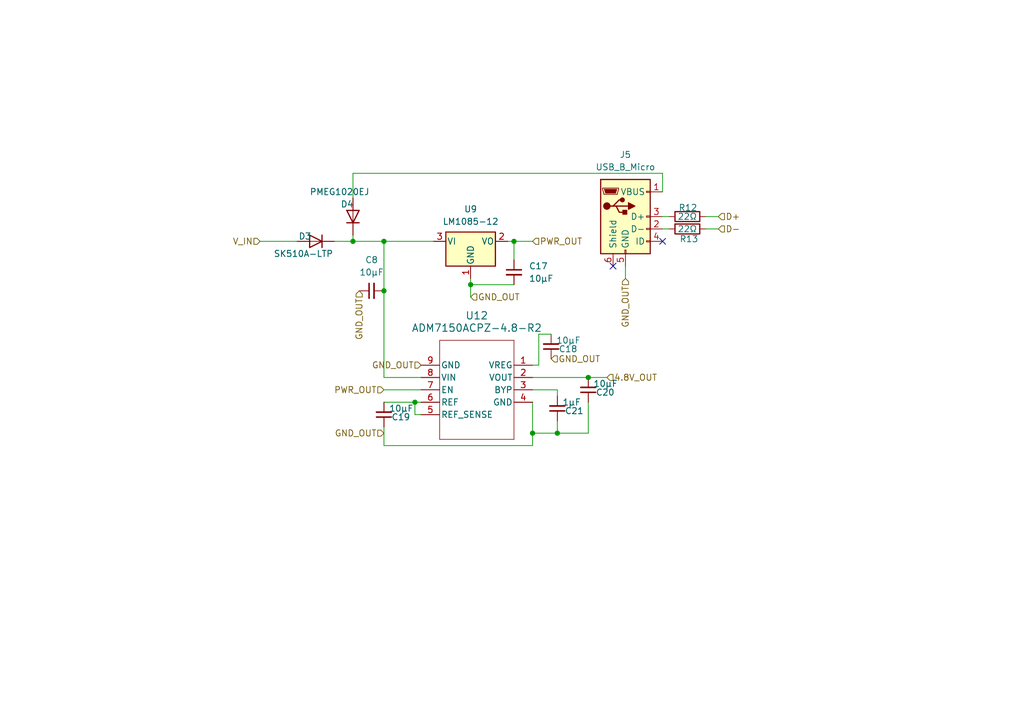
<source format=kicad_sch>
(kicad_sch (version 20231120) (generator "eeschema") (generator_version "8.0")
  (paper "A5")
  (title_block (title "WINTER Power Systems") (date "2024-04-24") (rev "3.2"))
  (lib_symbols
    (symbol "Connector:USB_B_Micro" (pin_names (offset 1.016))
      (property "Reference" "J" (at -5.08 11.43 0))
      (property "Value" "USB_B_Micro" (at -5.08 8.89 0))
      (symbol "USB_B_Micro_0_1"
        (rectangle (start -5.08 -7.62) (end 5.08 7.62) (stroke (width 0.254)) (fill (type background)))
        (circle (center -3.81 2.159) (radius 0.635) (stroke (width 0.254)) (fill (type outline)))
        (circle (center -0.635 3.429) (radius 0.381) (stroke (width 0.254)) (fill (type outline)))
        (rectangle (start -0.127 -7.62) (end 0.127 -6.858))
        (polyline (pts (xy -1.905 2.159) (xy 0.635 2.159)) (stroke (width 0.254)))
        (polyline (pts (xy -3.175 2.159) (xy -2.54 2.159) (xy -1.27 3.429) (xy -0.635 3.429)) (stroke (width 0.254)))
        (polyline (pts (xy -2.54 2.159) (xy -1.905 2.159) (xy -1.27 0.889) (xy 0 0.889)) (stroke (width 0.254)))
        (polyline (pts (xy 0.635 2.794) (xy 0.635 1.524) (xy 1.905 2.159) (xy 0.635 2.794)) (stroke (width 0.254)) (fill (type outline)))
        (polyline (pts (xy -4.318 5.588) (xy -1.778 5.588) (xy -2.032 4.826) (xy -4.064 4.826) (xy -4.318 5.588)) (fill (type outline)))
        (polyline (pts (xy -4.699 5.842) (xy -4.699 5.588) (xy -4.445 4.826) (xy -4.445 4.572) (xy -1.651 4.572) (xy -1.651 4.826) (xy -1.397 5.588) (xy -1.397 5.842) (xy -4.699 5.842)))
        (rectangle (start 0.254 1.27) (end -0.508 0.508) (stroke (width 0.254)) (fill (type outline)))
        (rectangle (start 5.08 -5.207) (end 4.318 -4.953))
        (rectangle (start 5.08 -2.667) (end 4.318 -2.413))
        (rectangle (start 5.08 -0.127) (end 4.318 0.127))
        (rectangle (start 5.08 4.953) (end 4.318 5.207))
      )
      (symbol "USB_B_Micro_1_1"
        (pin power_out line (at 7.62 5.08 180) (length 2.54) (name "VBUS") (number "1"))
        (pin bidirectional line (at 7.62 -2.54 180) (length 2.54) (name "D-") (number "2"))
        (pin bidirectional line (at 7.62 0 180) (length 2.54) (name "D+") (number "3"))
        (pin passive line (at 7.62 -5.08 180) (length 2.54) (name "ID") (number "4"))
        (pin power_out line (at 0 -10.16 90) (length 2.54) (name "GND") (number "5"))
        (pin passive line (at -2.54 -10.16 90) (length 2.54) (name "Shield") (number "6"))
      )
    )
    (symbol "Device:C_Small" (pin_numbers hide) (pin_names (offset 0.254) hide)
      (property "Reference" "C" (at 0.254 1.778 0))
      (property "Value" "C_Small" (at 0.254 -2.032 0))
      (symbol "C_Small_0_1"
        (polyline (pts (xy -1.524 -0.508) (xy 1.524 -0.508)) (stroke (width 0.3302)))
        (polyline (pts (xy -1.524 0.508) (xy 1.524 0.508)) (stroke (width 0.3048)))
      )
      (symbol "C_Small_1_1"
        (pin passive line (at 0 2.54 270) (length 2.032) (name "~") (number "1"))
        (pin passive line (at 0 -2.54 90) (length 2.032) (name "~") (number "2"))
      )
    )
    (symbol "Device:D" (pin_numbers hide) (pin_names (offset 1.016) hide)
      (property "Reference" "D" (at 0 2.54 0))
      (property "Value" "D" (at 0 -2.54 0))
      (symbol "D_0_1"
        (polyline (pts (xy -1.27 1.27) (xy -1.27 -1.27)) (stroke (width 0.254)))
        (polyline (pts (xy 1.27 0) (xy -1.27 0)))
        (polyline (pts (xy 1.27 1.27) (xy 1.27 -1.27) (xy -1.27 0) (xy 1.27 1.27)) (stroke (width 0.254)))
      )
      (symbol "D_1_1"
        (pin passive line (at -3.81 0 0) (length 2.54) (name "K") (number "1"))
        (pin passive line (at 3.81 0 180) (length 2.54) (name "A") (number "2"))
      )
    )
    (symbol "Device:R" (pin_numbers hide) (pin_names (offset 0))
      (property "Reference" "R" (at 2.032 0 90))
      (property "Value" "R" (at 0 0 90))
      (symbol "R_0_1"
        (rectangle (start -1.016 -2.54) (end 1.016 2.54) (stroke (width 0.254)))
      )
      (symbol "R_1_1"
        (pin passive line (at 0 3.81 270) (length 1.27) (name "~") (number "1"))
        (pin passive line (at 0 -3.81 90) (length 1.27) (name "~") (number "2"))
      )
    )
    (symbol "Regulator_Linear:LM1085-12" (pin_names (offset 0.254))
      (property "Reference" "U" (at -3.81 3.175 0))
      (property "Value" "LM1085-12" (at 0 3.175 0))
      (symbol "LM1085-12_0_1"
        (rectangle (start -5.08 1.905) (end 5.08 -5.08) (stroke (width 0.254)) (fill (type background)))
      )
      (symbol "LM1085-12_1_1"
        (pin power_in line (at 0 -7.62 90) (length 2.54) (name "GND") (number "1"))
        (pin power_out line (at 7.62 0 180) (length 2.54) (name "VO") (number "2"))
        (pin power_in line (at -7.62 0 0) (length 2.54) (name "VI") (number "3"))
      )
    )
    (symbol "rev3_components:ADM7150ACPZ-4.8-R2" (pin_names (offset 0.254))
      (property "Reference" "U" (at 0 8.636 0))
      (property "Value" "ADM7150ACPZ-4.8-R2" (at 1.524 11.43 0))
      (symbol "ADM7150ACPZ-4.8-R2_0_1"
        (polyline (pts (xy -7.62 -10.16) (xy 7.62 -10.16)) (stroke (width 0.127)))
        (polyline (pts (xy -7.62 10.16) (xy -7.62 -10.16)) (stroke (width 0.127)))
        (polyline (pts (xy 7.62 -10.16) (xy 7.62 10.16)) (stroke (width 0.127)))
        (polyline (pts (xy 7.62 10.16) (xy -7.62 10.16)) (stroke (width 0.127)))
      )
      (symbol "ADM7150ACPZ-4.8-R2_1_1"
        (pin power_in line (at -11.43 5.08 0) (length 3.81) (name "VREG") (number "1"))
        (pin power_in line (at -11.43 2.54 0) (length 3.81) (name "VOUT") (number "2"))
        (pin power_in line (at -11.43 0 0) (length 3.81) (name "BYP") (number "3"))
        (pin power_out line (at -11.43 -2.54 0) (length 3.81) (name "GND") (number "4"))
        (pin output line (at 11.43 -5.08 180) (length 3.81) (name "REF_SENSE") (number "5"))
        (pin output line (at 11.43 -2.54 180) (length 3.81) (name "REF") (number "6"))
        (pin input line (at 11.43 0 180) (length 3.81) (name "EN") (number "7"))
        (pin power_in line (at 11.43 2.54 180) (length 3.81) (name "VIN") (number "8"))
        (pin power_out line (at 11.43 5.08 180) (length 3.81) (name "GND") (number "9"))
      )
    )
  )
  (junction (at 120.65 77.47))
  (junction (at 78.74 49.53))
  (junction (at 78.74 59.69))
  (junction (at 85.09 82.55))
  (junction (at 96.52 58.42))
  (junction (at 114.3 88.9))
  (junction (at 72.39 49.53))
  (junction (at 105.41 49.53))
  (junction (at 109.22 88.9))
  (no_connect (at 125.73 54.61))
  (no_connect (at 135.89 49.53))
  (wire (pts (xy 110.49 74.93) (xy 110.49 68.58)))
  (wire (pts (xy 109.22 80.01) (xy 114.3 80.01)))
  (wire (pts (xy 144.78 46.99) (xy 147.32 46.99)))
  (wire (pts (xy 144.78 44.45) (xy 147.32 44.45)))
  (wire (pts (xy 135.89 46.99) (xy 137.16 46.99)))
  (wire (pts (xy 78.74 49.53) (xy 72.39 49.53)))
  (wire (pts (xy 96.52 58.42) (xy 96.52 60.96)))
  (wire (pts (xy 72.39 48.26) (xy 72.39 49.53)))
  (wire (pts (xy 72.39 35.56) (xy 72.39 40.64)))
  (wire (pts (xy 135.89 39.37) (xy 135.89 35.56)))
  (wire (pts (xy 78.74 77.47) (xy 78.74 59.69)))
  (wire (pts (xy 124.46 77.47) (xy 120.65 77.47)))
  (wire (pts (xy 105.41 49.53) (xy 105.41 53.34)))
  (wire (pts (xy 109.22 91.44) (xy 78.74 91.44)))
  (wire (pts (xy 135.89 35.56) (xy 72.39 35.56)))
  (wire (pts (xy 120.65 88.9) (xy 120.65 82.55)))
  (wire (pts (xy 53.34 49.53) (xy 60.96 49.53)))
  (wire (pts (xy 109.22 82.55) (xy 109.22 88.9)))
  (wire (pts (xy 128.27 57.15) (xy 128.27 54.61)))
  (wire (pts (xy 114.3 88.9) (xy 120.65 88.9)))
  (wire (pts (xy 86.36 82.55) (xy 85.09 82.55)))
  (wire (pts (xy 78.74 80.01) (xy 86.36 80.01)))
  (wire (pts (xy 78.74 59.69) (xy 78.74 49.53)))
  (wire (pts (xy 110.49 68.58) (xy 113.03 68.58)))
  (wire (pts (xy 96.52 57.15) (xy 96.52 58.42)))
  (wire (pts (xy 86.36 85.09) (xy 85.09 85.09)))
  (wire (pts (xy 86.36 77.47) (xy 78.74 77.47)))
  (wire (pts (xy 85.09 85.09) (xy 85.09 82.55)))
  (wire (pts (xy 78.74 87.63) (xy 78.74 91.44)))
  (wire (pts (xy 114.3 86.36) (xy 114.3 88.9)))
  (wire (pts (xy 78.74 49.53) (xy 88.9 49.53)))
  (wire (pts (xy 135.89 44.45) (xy 137.16 44.45)))
  (wire (pts (xy 105.41 49.53) (xy 109.22 49.53)))
  (wire (pts (xy 85.09 82.55) (xy 78.74 82.55)))
  (wire (pts (xy 109.22 77.47) (xy 120.65 77.47)))
  (wire (pts (xy 109.22 88.9) (xy 114.3 88.9)))
  (wire (pts (xy 109.22 74.93) (xy 110.49 74.93)))
  (wire (pts (xy 114.3 80.01) (xy 114.3 81.28)))
  (wire (pts (xy 109.22 88.9) (xy 109.22 91.44)))
  (wire (pts (xy 104.14 49.53) (xy 105.41 49.53)))
  (wire (pts (xy 72.39 49.53) (xy 68.58 49.53)))
  (wire (pts (xy 96.52 58.42) (xy 105.41 58.42)))
  (hierarchical_label "PWR_OUT" (shape input) (at 78.74 80.01 180))
  (hierarchical_label "GND_OUT" (shape input) (at 73.66 59.69 270))
  (hierarchical_label "4.8V_OUT" (shape input) (at 124.46 77.47 0))
  (hierarchical_label "PWR_OUT" (shape input) (at 109.22 49.53 0))
  (hierarchical_label "GND_OUT" (shape input) (at 86.36 74.93 180))
  (hierarchical_label "GND_OUT" (shape input) (at 128.27 57.15 270))
  (hierarchical_label "GND_OUT" (shape input) (at 113.03 73.66 0))
  (hierarchical_label "D+" (shape input) (at 147.32 44.45 0))
  (hierarchical_label "GND_OUT" (shape input) (at 96.52 60.96 0))
  (hierarchical_label "D-" (shape input) (at 147.32 46.99 0))
  (hierarchical_label "V_IN" (shape input) (at 53.34 49.53 180))
  (hierarchical_label "GND_OUT" (shape input) (at 78.74 88.9 180))
  (symbol (lib_id "Device:C_Small") (at 78.74 85.09 180) (unit 1)
    (property "Reference" "C19" (at 80.264 85.598 0) (effects (justify right)))
    (property "Value" "10µF" (at 79.756 83.82 0) (effects (justify right)))
    (property "Footprint" "Capacitor_SMD:C_0603_1608Metric" (effects (hide yes)))
  )
  (symbol (lib_id "Device:R") (at 140.97 44.45 90) (unit 1)
    (property "Reference" "R12" (at 141.0878 42.6227 90))
    (property "Value" "22Ω" (at 140.97 44.45 90))
    (property "Footprint" "Resistor_SMD:R_0603_1608Metric" (effects (hide yes)))
  )
  (symbol (lib_id "Device:D") (at 64.77 49.53 0) (mirror y) (unit 1)
    (property "Reference" "D3" (at 62.548 48.5015 0))
    (property "Value" "SK510A-LTP" (at 62.23 52.07 0))
    (property "Footprint" "Diode_SMD:D_SMA" (effects (hide yes)))
  )
  (symbol (lib_id "Connector:USB_B_Micro") (at 128.27 44.45 0) (unit 1)
    (property "Reference" "J5" (at 128.27 31.75 0))
    (property "Value" "USB_B_Micro" (at 128.27 34.29 0))
    (property "Footprint" "Connector_USB:USB_Micro-B_GCT_USB3076-30-A" (effects (hide yes)))
  )
  (symbol (lib_id "Device:C_Small") (at 120.65 80.01 180) (unit 1)
    (property "Reference" "C20" (at 122.174 80.518 0) (effects (justify right)))
    (property "Value" "10µF" (at 121.666 78.74 0) (effects (justify right)))
    (property "Footprint" "Capacitor_SMD:C_0603_1608Metric" (effects (hide yes)))
  )
  (symbol (lib_id "Device:C_Small") (at 114.3 83.82 180) (unit 1)
    (property "Reference" "C21" (at 115.824 84.328 0) (effects (justify right)))
    (property "Value" "1µF" (at 115.316 82.55 0) (effects (justify right)))
    (property "Footprint" "Capacitor_SMD:C_0603_1608Metric" (effects (hide yes)))
  )
  (symbol (lib_id "rev3_components:ADM7150ACPZ-4.8-R2") (at 97.79 80.01 0) (mirror y) (unit 1)
    (property "Reference" "U12" (at 97.79 64.77 0) (effects (font (size 1.524 1.524))))
    (property "Value" "ADM7150ACPZ-4.8-R2" (at 97.79 67.31 0) (effects (font (size 1.524 1.524))))
    (property "Footprint" "rev3footprints:CP-8-11_ADI" (effects (hide yes)))
    (property "Datasheet" "ADM7150ACPZ-4.8-R2" (effects (hide yes)))
  )
  (symbol (lib_id "Device:D") (at 72.39 44.45 90) (unit 1)
    (property "Reference" "D4" (at 69.85 41.91 90) (effects (justify right)))
    (property "Value" "PMEG1020EJ" (at 63.5 39.37 90) (effects (justify right)))
    (property "Footprint" "Diode_SMD:D_SOD-323F" (effects (hide yes)))
  )
  (symbol (lib_id "Device:C_Small") (at 113.03 71.12 180) (unit 1)
    (property "Reference" "C18" (at 114.554 71.628 0) (effects (justify right)))
    (property "Value" "10µF" (at 114.046 69.85 0) (effects (justify right)))
    (property "Footprint" "Capacitor_SMD:C_0603_1608Metric" (effects (hide yes)))
  )
  (symbol (lib_id "Device:C_Small") (at 76.2 59.69 90) (unit 1)
    (property "Reference" "C8" (at 76.2063 53.34 90))
    (property "Value" "10µF" (at 76.2063 55.88 90))
    (property "Footprint" "Capacitor_SMD:C_0603_1608Metric" (effects (hide yes)))
  )
  (symbol (lib_id "Device:C_Small") (at 105.41 55.88 0) (unit 1)
    (property "Reference" "C17" (at 108.458 54.6163 0) (effects (justify left)))
    (property "Value" "10µF" (at 108.458 57.1563 0) (effects (justify left)))
    (property "Footprint" "Capacitor_SMD:C_0603_1608Metric" (effects (hide yes)))
  )
  (symbol (lib_id "Device:R") (at 140.97 46.99 90) (unit 1)
    (property "Reference" "R13" (at 141.3002 49.0394 90))
    (property "Value" "22Ω" (at 140.97 46.99 90))
    (property "Footprint" "Resistor_SMD:R_0603_1608Metric" (effects (hide yes)))
  )
  (symbol (lib_id "Regulator_Linear:LM1085-12") (at 96.52 49.53 0) (unit 1)
    (property "Reference" "U9" (at 96.52 42.926 0))
    (property "Value" "LM1085-12" (at 96.52 45.466 0))
    (property "Footprint" "Package_TO_SOT_THT:TO-220-3_Vertical" (effects (hide yes)))
    (property "Datasheet" "http://www.ti.com/lit/ds/symlink/lm1085.pdf" (effects (hide yes)))
  )
)
</source>
